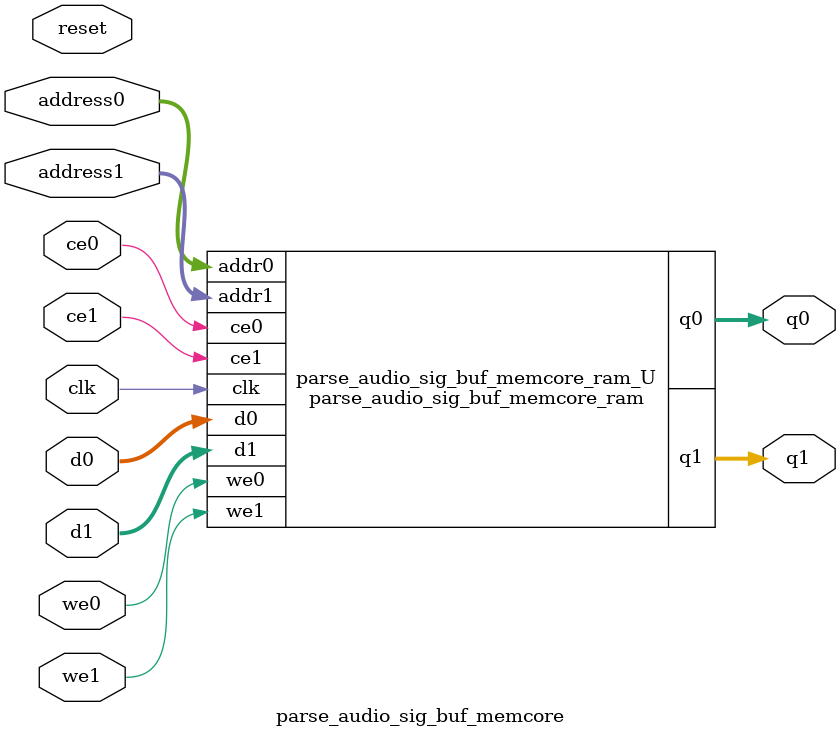
<source format=v>

`timescale 1 ns / 1 ps
module parse_audio_sig_buf_memcore_ram (addr0, ce0, d0, we0, q0, addr1, ce1, d1, we1, q1,  clk);

parameter DWIDTH = 32;
parameter AWIDTH = 15;
parameter MEM_SIZE = 20000;

input[AWIDTH-1:0] addr0;
input ce0;
input[DWIDTH-1:0] d0;
input we0;
output reg[DWIDTH-1:0] q0;
input[AWIDTH-1:0] addr1;
input ce1;
input[DWIDTH-1:0] d1;
input we1;
output reg[DWIDTH-1:0] q1;
input clk;

(* ram_style = "block" *)reg [DWIDTH-1:0] ram[MEM_SIZE-1:0];




always @(posedge clk)  
begin 
    if (ce0) 
    begin
        if (we0) 
        begin 
            ram[addr0] <= d0; 
            q0 <= d0;
        end 
        else 
            q0 <= ram[addr0];
    end
end


always @(posedge clk)  
begin 
    if (ce1) 
    begin
        if (we1) 
        begin 
            ram[addr1] <= d1; 
            q1 <= d1;
        end 
        else 
            q1 <= ram[addr1];
    end
end


endmodule


`timescale 1 ns / 1 ps
module parse_audio_sig_buf_memcore(
    reset,
    clk,
    address0,
    ce0,
    we0,
    d0,
    q0,
    address1,
    ce1,
    we1,
    d1,
    q1);

parameter DataWidth = 32'd32;
parameter AddressRange = 32'd20000;
parameter AddressWidth = 32'd15;
input reset;
input clk;
input[AddressWidth - 1:0] address0;
input ce0;
input we0;
input[DataWidth - 1:0] d0;
output[DataWidth - 1:0] q0;
input[AddressWidth - 1:0] address1;
input ce1;
input we1;
input[DataWidth - 1:0] d1;
output[DataWidth - 1:0] q1;



parse_audio_sig_buf_memcore_ram parse_audio_sig_buf_memcore_ram_U(
    .clk( clk ),
    .addr0( address0 ),
    .ce0( ce0 ),
    .d0( d0 ),
    .we0( we0 ),
    .q0( q0 ),
    .addr1( address1 ),
    .ce1( ce1 ),
    .d1( d1 ),
    .we1( we1 ),
    .q1( q1 ));

endmodule


</source>
